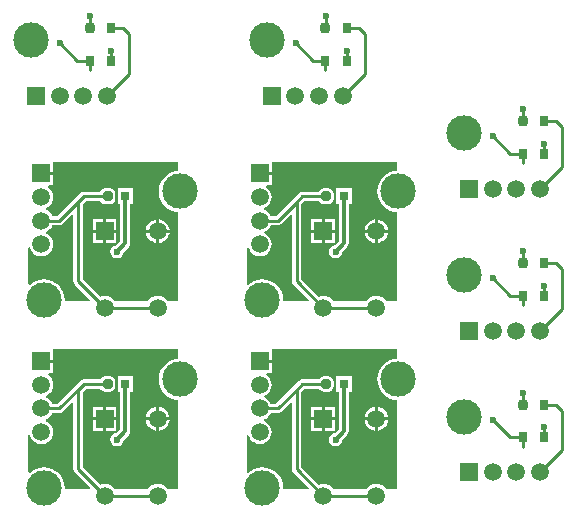
<source format=gbl>
G04*
G04 #@! TF.GenerationSoftware,Altium Limited,Altium Designer,20.1.8 (145)*
G04*
G04 Layer_Physical_Order=2*
G04 Layer_Color=16711680*
%FSLAX25Y25*%
%MOIN*%
G70*
G04*
G04 #@! TF.SameCoordinates,4EEE358A-EBC4-4D44-B4B5-89C592D5BD6F*
G04*
G04*
G04 #@! TF.FilePolarity,Positive*
G04*
G01*
G75*
%ADD12C,0.01000*%
G04:AMPARAMS|DCode=14|XSize=31.5mil|YSize=31.5mil|CornerRadius=7.87mil|HoleSize=0mil|Usage=FLASHONLY|Rotation=0.000|XOffset=0mil|YOffset=0mil|HoleType=Round|Shape=RoundedRectangle|*
%AMROUNDEDRECTD14*
21,1,0.03150,0.01575,0,0,0.0*
21,1,0.01575,0.03150,0,0,0.0*
1,1,0.01575,0.00787,-0.00787*
1,1,0.01575,-0.00787,-0.00787*
1,1,0.01575,-0.00787,0.00787*
1,1,0.01575,0.00787,0.00787*
%
%ADD14ROUNDEDRECTD14*%
%ADD15R,0.03150X0.03150*%
%ADD16C,0.01181*%
%ADD17C,0.00122*%
%ADD18C,0.05906*%
%ADD19R,0.05906X0.05906*%
%ADD20C,0.11811*%
%ADD21C,0.02362*%
%ADD22R,0.05906X0.05906*%
%ADD23R,0.03150X0.03347*%
G04:AMPARAMS|DCode=24|XSize=33.47mil|YSize=31.5mil|CornerRadius=7.87mil|HoleSize=0mil|Usage=FLASHONLY|Rotation=270.000|XOffset=0mil|YOffset=0mil|HoleType=Round|Shape=RoundedRectangle|*
%AMROUNDEDRECTD24*
21,1,0.03347,0.01575,0,0,270.0*
21,1,0.01772,0.03150,0,0,270.0*
1,1,0.01575,-0.00787,-0.00886*
1,1,0.01575,-0.00787,0.00886*
1,1,0.01575,0.00787,0.00886*
1,1,0.01575,0.00787,-0.00886*
%
%ADD24ROUNDEDRECTD24*%
G36*
X132059Y113837D02*
X131099Y113743D01*
X129797Y113348D01*
X128598Y112706D01*
X127546Y111844D01*
X126683Y110792D01*
X126042Y109592D01*
X125647Y108291D01*
X125514Y106937D01*
X125647Y105583D01*
X126042Y104282D01*
X126683Y103082D01*
X127546Y102030D01*
X128598Y101168D01*
X129797Y100526D01*
X131099Y100131D01*
X132059Y100037D01*
Y70323D01*
X128490D01*
X127988Y70977D01*
X127163Y71610D01*
X126201Y72009D01*
X125169Y72144D01*
X124137Y72009D01*
X123176Y71610D01*
X122350Y70977D01*
X121848Y70323D01*
X110774D01*
X110272Y70977D01*
X109446Y71610D01*
X108485Y72009D01*
X107453Y72144D01*
X106421Y72009D01*
X105957Y71816D01*
X100124Y77649D01*
Y102866D01*
X101090Y103833D01*
X105996D01*
X106361Y103286D01*
X106952Y102891D01*
X107650Y102752D01*
X109224D01*
X109922Y102891D01*
X110513Y103286D01*
X110908Y103877D01*
X111047Y104575D01*
Y106150D01*
X110908Y106847D01*
X110513Y107438D01*
X109922Y107833D01*
X109224Y107972D01*
X107650D01*
X106952Y107833D01*
X106361Y107438D01*
X105996Y106892D01*
X100457D01*
X99871Y106775D01*
X99375Y106444D01*
X97513Y104581D01*
X91662Y98730D01*
X90035D01*
X89842Y99194D01*
X89209Y100020D01*
X88383Y100654D01*
X87867Y100867D01*
Y101408D01*
X88383Y101622D01*
X89209Y102256D01*
X89842Y103081D01*
X90241Y104043D01*
X90377Y105075D01*
X90241Y106107D01*
X89842Y107068D01*
X89209Y107894D01*
X88424Y108496D01*
X88424Y108552D01*
X88759Y108996D01*
X90342D01*
Y112449D01*
X86390D01*
Y113449D01*
X90342D01*
Y116886D01*
X122610Y116886D01*
X132059D01*
Y113837D01*
D02*
G37*
G36*
X59224D02*
X58264Y113743D01*
X56963Y113348D01*
X55763Y112706D01*
X54712Y111844D01*
X53849Y110792D01*
X53207Y109592D01*
X52812Y108291D01*
X52679Y106937D01*
X52812Y105583D01*
X53207Y104282D01*
X53849Y103082D01*
X54712Y102030D01*
X55763Y101168D01*
X56963Y100526D01*
X58264Y100131D01*
X59224Y100037D01*
Y70323D01*
X55655D01*
X55154Y70977D01*
X54328Y71610D01*
X53367Y72009D01*
X52335Y72144D01*
X51303Y72009D01*
X50341Y71610D01*
X49516Y70977D01*
X49014Y70323D01*
X37939D01*
X37437Y70977D01*
X36612Y71610D01*
X35650Y72009D01*
X34618Y72144D01*
X33586Y72009D01*
X33122Y71816D01*
X27289Y77649D01*
Y102866D01*
X28256Y103833D01*
X33161D01*
X33526Y103286D01*
X34117Y102891D01*
X34815Y102752D01*
X36390D01*
X37087Y102891D01*
X37678Y103286D01*
X38074Y103877D01*
X38212Y104575D01*
Y106150D01*
X38074Y106847D01*
X37678Y107438D01*
X37087Y107833D01*
X36390Y107972D01*
X34815D01*
X34117Y107833D01*
X33526Y107438D01*
X33161Y106892D01*
X27622D01*
X27037Y106775D01*
X26541Y106444D01*
X24678Y104581D01*
X18827Y98730D01*
X17200D01*
X17008Y99194D01*
X16374Y100020D01*
X15549Y100654D01*
X15033Y100867D01*
Y101408D01*
X15549Y101622D01*
X16374Y102256D01*
X17008Y103081D01*
X17406Y104043D01*
X17542Y105075D01*
X17406Y106107D01*
X17008Y107068D01*
X16374Y107894D01*
X15589Y108496D01*
X15589Y108552D01*
X15924Y108996D01*
X17508D01*
Y112449D01*
X13555D01*
Y113449D01*
X17508D01*
Y116886D01*
X49776Y116886D01*
X59224D01*
Y113837D01*
D02*
G37*
G36*
X97065Y99154D02*
Y77016D01*
X97181Y76430D01*
X97513Y75934D01*
X102663Y70785D01*
X102471Y70323D01*
X94450D01*
X94114Y70693D01*
X94116Y70717D01*
X93983Y72070D01*
X93588Y73372D01*
X92947Y74572D01*
X92084Y75623D01*
X91032Y76486D01*
X89833Y77127D01*
X88531Y77522D01*
X87177Y77655D01*
X85824Y77522D01*
X84522Y77127D01*
X83322Y76486D01*
X82559Y75860D01*
X82059Y76096D01*
Y88202D01*
X82539Y88295D01*
X82937Y87333D01*
X83571Y86508D01*
X84396Y85874D01*
X85358Y85476D01*
X86390Y85340D01*
X87422Y85476D01*
X88383Y85874D01*
X89209Y86508D01*
X89842Y87333D01*
X90241Y88295D01*
X90377Y89327D01*
X90241Y90359D01*
X89842Y91320D01*
X89209Y92146D01*
X88383Y92779D01*
X87867Y92993D01*
Y93534D01*
X88383Y93748D01*
X89209Y94382D01*
X89842Y95207D01*
X90035Y95671D01*
X92295D01*
X92880Y95788D01*
X93377Y96119D01*
X96603Y99346D01*
X97065Y99154D01*
D02*
G37*
G36*
X24230D02*
Y77016D01*
X24347Y76430D01*
X24678Y75934D01*
X29828Y70785D01*
X29637Y70323D01*
X21615D01*
X21279Y70693D01*
X21281Y70717D01*
X21148Y72070D01*
X20753Y73372D01*
X20112Y74572D01*
X19249Y75623D01*
X18198Y76486D01*
X16998Y77127D01*
X15696Y77522D01*
X14343Y77655D01*
X12989Y77522D01*
X11687Y77127D01*
X10487Y76486D01*
X9724Y75860D01*
X9224Y76096D01*
Y88202D01*
X9704Y88295D01*
X10102Y87333D01*
X10736Y86508D01*
X11562Y85874D01*
X12523Y85476D01*
X13555Y85340D01*
X14587Y85476D01*
X15549Y85874D01*
X16374Y86508D01*
X17008Y87333D01*
X17406Y88295D01*
X17542Y89327D01*
X17406Y90359D01*
X17008Y91320D01*
X16374Y92146D01*
X15549Y92779D01*
X15033Y92993D01*
Y93534D01*
X15549Y93748D01*
X16374Y94382D01*
X17008Y95207D01*
X17200Y95671D01*
X19461D01*
X20046Y95788D01*
X20542Y96119D01*
X23768Y99346D01*
X24230Y99154D01*
D02*
G37*
G36*
X132059Y51239D02*
X131099Y51144D01*
X129797Y50749D01*
X128598Y50108D01*
X127546Y49245D01*
X126683Y48194D01*
X126042Y46994D01*
X125647Y45692D01*
X125514Y44339D01*
X125647Y42985D01*
X126042Y41683D01*
X126683Y40483D01*
X127546Y39432D01*
X128598Y38569D01*
X129797Y37928D01*
X131099Y37533D01*
X132059Y37438D01*
Y7724D01*
X128490D01*
X127988Y8378D01*
X127163Y9012D01*
X126201Y9410D01*
X125169Y9546D01*
X124137Y9410D01*
X123176Y9012D01*
X122350Y8378D01*
X121848Y7724D01*
X110774D01*
X110272Y8378D01*
X109446Y9012D01*
X108485Y9410D01*
X107453Y9546D01*
X106421Y9410D01*
X105957Y9218D01*
X100124Y15051D01*
Y40268D01*
X101090Y41234D01*
X105996D01*
X106361Y40688D01*
X106952Y40293D01*
X107650Y40154D01*
X109224D01*
X109922Y40293D01*
X110513Y40688D01*
X110908Y41279D01*
X111047Y41976D01*
Y43551D01*
X110908Y44249D01*
X110513Y44840D01*
X109922Y45235D01*
X109224Y45374D01*
X107650D01*
X106952Y45235D01*
X106361Y44840D01*
X105996Y44293D01*
X100457D01*
X99871Y44177D01*
X99375Y43845D01*
X97513Y41983D01*
X91662Y36132D01*
X90035D01*
X89842Y36596D01*
X89209Y37422D01*
X88383Y38055D01*
X87867Y38269D01*
Y38810D01*
X88383Y39024D01*
X89209Y39657D01*
X89842Y40483D01*
X90241Y41445D01*
X90377Y42476D01*
X90241Y43508D01*
X89842Y44470D01*
X89209Y45296D01*
X88424Y45898D01*
X88424Y45954D01*
X88759Y46398D01*
X90342D01*
Y49850D01*
X86390D01*
Y50850D01*
X90342D01*
Y54287D01*
X122610Y54287D01*
X132059D01*
Y51239D01*
D02*
G37*
G36*
X59224D02*
X58264Y51144D01*
X56963Y50749D01*
X55763Y50108D01*
X54712Y49245D01*
X53849Y48194D01*
X53207Y46994D01*
X52812Y45692D01*
X52679Y44339D01*
X52812Y42985D01*
X53207Y41683D01*
X53849Y40483D01*
X54712Y39432D01*
X55763Y38569D01*
X56963Y37928D01*
X58264Y37533D01*
X59224Y37438D01*
Y7724D01*
X55655D01*
X55154Y8378D01*
X54328Y9012D01*
X53367Y9410D01*
X52335Y9546D01*
X51303Y9410D01*
X50341Y9012D01*
X49516Y8378D01*
X49014Y7724D01*
X37939D01*
X37437Y8378D01*
X36612Y9012D01*
X35650Y9410D01*
X34618Y9546D01*
X33586Y9410D01*
X33122Y9218D01*
X27289Y15051D01*
Y40268D01*
X28256Y41234D01*
X33161D01*
X33526Y40688D01*
X34117Y40293D01*
X34815Y40154D01*
X36390D01*
X37087Y40293D01*
X37678Y40688D01*
X38074Y41279D01*
X38212Y41976D01*
Y43551D01*
X38074Y44249D01*
X37678Y44840D01*
X37087Y45235D01*
X36390Y45374D01*
X34815D01*
X34117Y45235D01*
X33526Y44840D01*
X33161Y44293D01*
X27622D01*
X27037Y44177D01*
X26541Y43845D01*
X24678Y41983D01*
X18827Y36132D01*
X17200D01*
X17008Y36596D01*
X16374Y37422D01*
X15549Y38055D01*
X15033Y38269D01*
Y38810D01*
X15549Y39024D01*
X16374Y39657D01*
X17008Y40483D01*
X17406Y41445D01*
X17542Y42476D01*
X17406Y43508D01*
X17008Y44470D01*
X16374Y45296D01*
X15589Y45898D01*
X15589Y45954D01*
X15924Y46398D01*
X17508D01*
Y49850D01*
X13555D01*
Y50850D01*
X17508D01*
Y54287D01*
X49776Y54287D01*
X59224D01*
Y51239D01*
D02*
G37*
G36*
X97065Y36556D02*
Y14417D01*
X97181Y13832D01*
X97513Y13336D01*
X102663Y8186D01*
X102471Y7724D01*
X94450D01*
X94114Y8095D01*
X94116Y8118D01*
X93983Y9472D01*
X93588Y10774D01*
X92947Y11973D01*
X92084Y13025D01*
X91032Y13888D01*
X89833Y14529D01*
X88531Y14924D01*
X87177Y15057D01*
X85824Y14924D01*
X84522Y14529D01*
X83322Y13888D01*
X82559Y13261D01*
X82059Y13498D01*
Y25604D01*
X82539Y25696D01*
X82937Y24735D01*
X83571Y23909D01*
X84396Y23276D01*
X85358Y22877D01*
X86390Y22741D01*
X87422Y22877D01*
X88383Y23276D01*
X89209Y23909D01*
X89842Y24735D01*
X90241Y25697D01*
X90377Y26728D01*
X90241Y27760D01*
X89842Y28722D01*
X89209Y29548D01*
X88383Y30181D01*
X87867Y30395D01*
Y30936D01*
X88383Y31150D01*
X89209Y31783D01*
X89842Y32609D01*
X90035Y33073D01*
X92295D01*
X92880Y33189D01*
X93377Y33521D01*
X96603Y36747D01*
X97065Y36556D01*
D02*
G37*
G36*
X24230D02*
Y14417D01*
X24347Y13832D01*
X24678Y13336D01*
X29828Y8186D01*
X29637Y7724D01*
X21615D01*
X21279Y8095D01*
X21281Y8118D01*
X21148Y9472D01*
X20753Y10774D01*
X20112Y11973D01*
X19249Y13025D01*
X18198Y13888D01*
X16998Y14529D01*
X15696Y14924D01*
X14343Y15057D01*
X12989Y14924D01*
X11687Y14529D01*
X10487Y13888D01*
X9724Y13261D01*
X9224Y13498D01*
Y25604D01*
X9704Y25696D01*
X10102Y24735D01*
X10736Y23909D01*
X11562Y23276D01*
X12523Y22877D01*
X13555Y22741D01*
X14587Y22877D01*
X15549Y23276D01*
X16374Y23909D01*
X17008Y24735D01*
X17406Y25697D01*
X17542Y26728D01*
X17406Y27760D01*
X17008Y28722D01*
X16374Y29548D01*
X15549Y30181D01*
X15033Y30395D01*
Y30936D01*
X15549Y31150D01*
X16374Y31783D01*
X17008Y32609D01*
X17200Y33073D01*
X19461D01*
X20046Y33189D01*
X20542Y33521D01*
X23768Y36747D01*
X24230Y36556D01*
D02*
G37*
%LPC*%
G36*
X125669Y97669D02*
Y94248D01*
X129090D01*
X129020Y94780D01*
X128622Y95741D01*
X127988Y96567D01*
X127163Y97201D01*
X126201Y97599D01*
X125669Y97669D01*
D02*
G37*
G36*
X111406Y97701D02*
X107953D01*
Y94248D01*
X111406D01*
Y97701D01*
D02*
G37*
G36*
X124669Y97669D02*
X124137Y97599D01*
X123176Y97201D01*
X122350Y96567D01*
X121717Y95741D01*
X121318Y94780D01*
X121248Y94248D01*
X124669D01*
Y97669D01*
D02*
G37*
G36*
X106953Y97701D02*
X103500D01*
Y94248D01*
X106953D01*
Y97701D01*
D02*
G37*
G36*
X129090Y93248D02*
X125669D01*
Y89827D01*
X126201Y89897D01*
X127163Y90295D01*
X127988Y90929D01*
X128622Y91755D01*
X129020Y92716D01*
X129090Y93248D01*
D02*
G37*
G36*
X124669D02*
X121248D01*
X121318Y92716D01*
X121717Y91755D01*
X122350Y90929D01*
X123176Y90295D01*
X124137Y89897D01*
X124669Y89827D01*
Y93248D01*
D02*
G37*
G36*
X111406D02*
X107953D01*
Y89795D01*
X111406D01*
Y93248D01*
D02*
G37*
G36*
X106953D02*
X103500D01*
Y89795D01*
X106953D01*
Y93248D01*
D02*
G37*
G36*
X116917Y107937D02*
X111768D01*
Y102787D01*
X112721D01*
Y90286D01*
X111500Y89065D01*
X110736Y88913D01*
X110014Y88431D01*
X109532Y87709D01*
X109363Y86858D01*
X109532Y86007D01*
X110014Y85286D01*
X110736Y84804D01*
X111587Y84634D01*
X112438Y84804D01*
X113159Y85286D01*
X113641Y86007D01*
X113793Y86771D01*
X115489Y88467D01*
X115841Y88994D01*
X115964Y89614D01*
Y102787D01*
X116917D01*
Y107937D01*
D02*
G37*
G36*
X52835Y97669D02*
Y94248D01*
X56256D01*
X56186Y94780D01*
X55787Y95741D01*
X55154Y96567D01*
X54328Y97201D01*
X53367Y97599D01*
X52835Y97669D01*
D02*
G37*
G36*
X38571Y97701D02*
X35118D01*
Y94248D01*
X38571D01*
Y97701D01*
D02*
G37*
G36*
X51835Y97669D02*
X51303Y97599D01*
X50341Y97201D01*
X49516Y96567D01*
X48882Y95741D01*
X48484Y94780D01*
X48414Y94248D01*
X51835D01*
Y97669D01*
D02*
G37*
G36*
X34118Y97701D02*
X30665D01*
Y94248D01*
X34118D01*
Y97701D01*
D02*
G37*
G36*
X56256Y93248D02*
X52835D01*
Y89827D01*
X53367Y89897D01*
X54328Y90295D01*
X55154Y90929D01*
X55787Y91755D01*
X56186Y92716D01*
X56256Y93248D01*
D02*
G37*
G36*
X51835D02*
X48414D01*
X48484Y92716D01*
X48882Y91755D01*
X49516Y90929D01*
X50341Y90295D01*
X51303Y89897D01*
X51835Y89827D01*
Y93248D01*
D02*
G37*
G36*
X38571D02*
X35118D01*
Y89795D01*
X38571D01*
Y93248D01*
D02*
G37*
G36*
X34118D02*
X30665D01*
Y89795D01*
X34118D01*
Y93248D01*
D02*
G37*
G36*
X44083Y107937D02*
X38933D01*
Y102787D01*
X39886D01*
Y90286D01*
X38665Y89065D01*
X37901Y88913D01*
X37179Y88431D01*
X36697Y87709D01*
X36528Y86858D01*
X36697Y86007D01*
X37179Y85286D01*
X37901Y84804D01*
X38752Y84634D01*
X39603Y84804D01*
X40325Y85286D01*
X40806Y86007D01*
X40958Y86771D01*
X42655Y88467D01*
X43006Y88994D01*
X43130Y89614D01*
Y102787D01*
X44083D01*
Y107937D01*
D02*
G37*
G36*
X125669Y35071D02*
Y31650D01*
X129090D01*
X129020Y32182D01*
X128622Y33143D01*
X127988Y33969D01*
X127163Y34602D01*
X126201Y35001D01*
X125669Y35071D01*
D02*
G37*
G36*
X111406Y35102D02*
X107953D01*
Y31650D01*
X111406D01*
Y35102D01*
D02*
G37*
G36*
X124669Y35071D02*
X124137Y35001D01*
X123176Y34602D01*
X122350Y33969D01*
X121717Y33143D01*
X121318Y32182D01*
X121248Y31650D01*
X124669D01*
Y35071D01*
D02*
G37*
G36*
X106953Y35102D02*
X103500D01*
Y31650D01*
X106953D01*
Y35102D01*
D02*
G37*
G36*
X129090Y30650D02*
X125669D01*
Y27229D01*
X126201Y27299D01*
X127163Y27697D01*
X127988Y28330D01*
X128622Y29156D01*
X129020Y30118D01*
X129090Y30650D01*
D02*
G37*
G36*
X124669D02*
X121248D01*
X121318Y30118D01*
X121717Y29156D01*
X122350Y28330D01*
X123176Y27697D01*
X124137Y27299D01*
X124669Y27229D01*
Y30650D01*
D02*
G37*
G36*
X111406D02*
X107953D01*
Y27197D01*
X111406D01*
Y30650D01*
D02*
G37*
G36*
X106953D02*
X103500D01*
Y27197D01*
X106953D01*
Y30650D01*
D02*
G37*
G36*
X116917Y45339D02*
X111768D01*
Y40189D01*
X112721D01*
Y27687D01*
X111500Y26466D01*
X110736Y26314D01*
X110014Y25832D01*
X109532Y25111D01*
X109363Y24260D01*
X109532Y23409D01*
X110014Y22687D01*
X110736Y22205D01*
X111587Y22036D01*
X112438Y22205D01*
X113159Y22687D01*
X113641Y23409D01*
X113793Y24173D01*
X115489Y25869D01*
X115841Y26395D01*
X115964Y27016D01*
Y40189D01*
X116917D01*
Y45339D01*
D02*
G37*
G36*
X52835Y35071D02*
Y31650D01*
X56256D01*
X56186Y32182D01*
X55787Y33143D01*
X55154Y33969D01*
X54328Y34602D01*
X53367Y35001D01*
X52835Y35071D01*
D02*
G37*
G36*
X38571Y35102D02*
X35118D01*
Y31650D01*
X38571D01*
Y35102D01*
D02*
G37*
G36*
X51835Y35071D02*
X51303Y35001D01*
X50341Y34602D01*
X49516Y33969D01*
X48882Y33143D01*
X48484Y32182D01*
X48414Y31650D01*
X51835D01*
Y35071D01*
D02*
G37*
G36*
X34118Y35102D02*
X30665D01*
Y31650D01*
X34118D01*
Y35102D01*
D02*
G37*
G36*
X56256Y30650D02*
X52835D01*
Y27229D01*
X53367Y27299D01*
X54328Y27697D01*
X55154Y28330D01*
X55787Y29156D01*
X56186Y30118D01*
X56256Y30650D01*
D02*
G37*
G36*
X51835D02*
X48414D01*
X48484Y30118D01*
X48882Y29156D01*
X49516Y28330D01*
X50341Y27697D01*
X51303Y27299D01*
X51835Y27229D01*
Y30650D01*
D02*
G37*
G36*
X38571D02*
X35118D01*
Y27197D01*
X38571D01*
Y30650D01*
D02*
G37*
G36*
X34118D02*
X30665D01*
Y27197D01*
X34118D01*
Y30650D01*
D02*
G37*
G36*
X44083Y45339D02*
X38933D01*
Y40189D01*
X39886D01*
Y27687D01*
X38665Y26466D01*
X37901Y26314D01*
X37179Y25832D01*
X36697Y25111D01*
X36528Y24260D01*
X36697Y23409D01*
X37179Y22687D01*
X37901Y22205D01*
X38752Y22036D01*
X39603Y22205D01*
X40325Y22687D01*
X40806Y23409D01*
X40958Y24173D01*
X42655Y25869D01*
X43006Y26395D01*
X43130Y27016D01*
Y40189D01*
X44083D01*
Y45339D01*
D02*
G37*
%LPD*%
D12*
X108217Y161378D02*
X108260Y161421D01*
Y165335D01*
X108303Y165378D01*
X119303Y161378D02*
X115303D01*
X121303Y146256D02*
Y159378D01*
X119303Y161378D01*
X113925Y138878D02*
X121303Y146256D01*
X108217Y150551D02*
X104130D01*
X98303Y156378D01*
X115303Y150551D02*
Y153878D01*
X108217Y147465D02*
Y150551D01*
X29646Y161378D02*
X29689Y161421D01*
Y165335D01*
X29732Y165378D01*
X40732Y161378D02*
X36732D01*
X42732Y146256D02*
Y159378D01*
X40732Y161378D01*
X35354Y138878D02*
X42732Y146256D01*
X29646Y150551D02*
X25559D01*
X19732Y156378D01*
X36732Y150551D02*
Y153878D01*
X29646Y147465D02*
Y150551D01*
X25760Y14417D02*
X34618Y5559D01*
X25760Y14417D02*
Y40902D01*
X19461Y34602D02*
X25760Y40902D01*
X27622Y42764D01*
X35602D01*
X13555Y34602D02*
X19461D01*
X34618Y5559D02*
X52335D01*
X98594Y14417D02*
X107453Y5559D01*
X98594Y14417D02*
Y40902D01*
X92295Y34602D02*
X98594Y40902D01*
X100457Y42764D01*
X108437D01*
X86390Y34602D02*
X92295D01*
X107453Y5559D02*
X125169D01*
X25760Y77016D02*
X34618Y68158D01*
X25760Y77016D02*
Y103500D01*
X19461Y97201D02*
X25760Y103500D01*
X27622Y105362D01*
X35602D01*
X13555Y97201D02*
X19461D01*
X34618Y68158D02*
X52335D01*
X98594Y77016D02*
X107453Y68158D01*
X98594Y77016D02*
Y103500D01*
X92295Y97201D02*
X98594Y103500D01*
X100457Y105362D01*
X108437D01*
X86390Y97201D02*
X92295D01*
X107453Y68158D02*
X125169D01*
X173965Y35787D02*
X174008Y35831D01*
Y39744D01*
X174051Y39787D01*
X185051Y35787D02*
X181051D01*
X187051Y20665D02*
Y33787D01*
X185051Y35787D01*
X179673Y13287D02*
X187051Y20665D01*
X173965Y24961D02*
X169878D01*
X164051Y30787D01*
X181051Y24961D02*
Y28287D01*
X173965Y21874D02*
Y24961D01*
Y83031D02*
X174008Y83075D01*
Y86988D01*
X174051Y87032D01*
X185051Y83031D02*
X181051D01*
X187051Y67909D02*
Y81032D01*
X185051Y83031D01*
X179673Y60532D02*
X187051Y67909D01*
X173965Y72205D02*
X169878D01*
X164051Y78031D01*
X181051Y72205D02*
Y75532D01*
X173965Y69118D02*
Y72205D01*
Y130276D02*
X174008Y130319D01*
Y134232D01*
X174051Y134276D01*
X185051Y130276D02*
X181051D01*
X187051Y115154D02*
Y128276D01*
X185051Y130276D01*
X179673Y107776D02*
X187051Y115154D01*
X173965Y119449D02*
X169878D01*
X164051Y125276D01*
X181051Y119449D02*
Y122776D01*
X173965Y116362D02*
Y119449D01*
D14*
X35602Y42764D02*
D03*
X108437D02*
D03*
X35602Y105362D02*
D03*
X108437D02*
D03*
D15*
X41508Y42764D02*
D03*
X114342D02*
D03*
X41508Y105362D02*
D03*
X114342D02*
D03*
D16*
X41508Y27016D02*
Y42764D01*
X38752Y24260D02*
X41508Y27016D01*
X114342D02*
Y42764D01*
X111587Y24260D02*
X114342Y27016D01*
X41508Y89614D02*
Y105362D01*
X38752Y86858D02*
X41508Y89614D01*
X114342D02*
Y105362D01*
X111587Y86858D02*
X114342Y89614D01*
D17*
X174213Y138189D02*
D03*
X170275D02*
D03*
X162401D02*
D03*
X166339D02*
D03*
Y140945D02*
D03*
X162401D02*
D03*
X170275D02*
D03*
X174213D02*
D03*
X127165Y152165D02*
D03*
Y148228D02*
D03*
Y140354D02*
D03*
Y144291D02*
D03*
X129921D02*
D03*
Y140354D02*
D03*
Y148228D02*
D03*
Y152165D02*
D03*
X75591Y151772D02*
D03*
Y147835D02*
D03*
Y139961D02*
D03*
Y143898D02*
D03*
X78347D02*
D03*
Y139961D02*
D03*
Y147835D02*
D03*
Y151772D02*
D03*
X50984Y151772D02*
D03*
Y147835D02*
D03*
Y139961D02*
D03*
Y143898D02*
D03*
X48228D02*
D03*
Y139961D02*
D03*
Y147835D02*
D03*
Y151772D02*
D03*
X141929Y84818D02*
D03*
Y80881D02*
D03*
Y88755D02*
D03*
Y92692D02*
D03*
X174213Y90748D02*
D03*
X170275D02*
D03*
X162401D02*
D03*
X166339D02*
D03*
Y93504D02*
D03*
X162401D02*
D03*
X170275D02*
D03*
X174213D02*
D03*
X69488Y84818D02*
D03*
Y80881D02*
D03*
Y88755D02*
D03*
Y92692D02*
D03*
X36811Y125763D02*
D03*
X32874D02*
D03*
X25000D02*
D03*
X28937D02*
D03*
Y123007D02*
D03*
X25000D02*
D03*
X32874D02*
D03*
X36811D02*
D03*
X144685Y92692D02*
D03*
Y88755D02*
D03*
Y80881D02*
D03*
Y84818D02*
D03*
X109252Y125763D02*
D03*
X105315D02*
D03*
X97441D02*
D03*
X101378D02*
D03*
Y123007D02*
D03*
X97441D02*
D03*
X105315D02*
D03*
X109252D02*
D03*
X72244Y92692D02*
D03*
Y88755D02*
D03*
Y80881D02*
D03*
Y84818D02*
D03*
Y21654D02*
D03*
Y17717D02*
D03*
Y25591D02*
D03*
Y29528D02*
D03*
X174213Y46260D02*
D03*
X170275D02*
D03*
X162401D02*
D03*
X166339D02*
D03*
Y43504D02*
D03*
X162401D02*
D03*
X170275D02*
D03*
X174213D02*
D03*
X109252Y59842D02*
D03*
X105315D02*
D03*
X97441D02*
D03*
X101378D02*
D03*
Y62598D02*
D03*
X97441D02*
D03*
X105315D02*
D03*
X109252D02*
D03*
X141929Y29528D02*
D03*
Y25591D02*
D03*
Y17717D02*
D03*
Y21654D02*
D03*
X144685D02*
D03*
Y17717D02*
D03*
Y25591D02*
D03*
Y29528D02*
D03*
X36811Y59842D02*
D03*
X32874D02*
D03*
X25000D02*
D03*
X28937D02*
D03*
Y62598D02*
D03*
X25000D02*
D03*
X32874D02*
D03*
X36811D02*
D03*
X69488Y29528D02*
D03*
Y25591D02*
D03*
Y17717D02*
D03*
Y21654D02*
D03*
D18*
X113925Y138878D02*
D03*
X98177D02*
D03*
X106051D02*
D03*
X35354D02*
D03*
X19606D02*
D03*
X27480D02*
D03*
X13555Y26728D02*
D03*
Y42476D02*
D03*
Y34602D02*
D03*
X34618Y5559D02*
D03*
X52335D02*
D03*
Y31150D02*
D03*
X86390Y26728D02*
D03*
Y42476D02*
D03*
Y34602D02*
D03*
X107453Y5559D02*
D03*
X125169D02*
D03*
Y31150D02*
D03*
X13555Y89327D02*
D03*
Y105075D02*
D03*
Y97201D02*
D03*
X34618Y68158D02*
D03*
X52335D02*
D03*
Y93748D02*
D03*
X86390Y89327D02*
D03*
Y105075D02*
D03*
Y97201D02*
D03*
X107453Y68158D02*
D03*
X125169D02*
D03*
Y93748D02*
D03*
X179673Y13287D02*
D03*
X163925D02*
D03*
X171799D02*
D03*
X179673Y60532D02*
D03*
X163925D02*
D03*
X171799D02*
D03*
X179673Y107776D02*
D03*
X163925D02*
D03*
X171799D02*
D03*
D19*
X90303Y138878D02*
D03*
X11732D02*
D03*
X156051Y13287D02*
D03*
Y60532D02*
D03*
Y107776D02*
D03*
D20*
X88803Y157378D02*
D03*
X10232D02*
D03*
X59618Y44339D02*
D03*
X14343Y8118D02*
D03*
X132453Y44339D02*
D03*
X87177Y8118D02*
D03*
X59618Y106937D02*
D03*
X14343Y70717D02*
D03*
X132453Y106937D02*
D03*
X87177Y70717D02*
D03*
X154551Y31787D02*
D03*
Y79031D02*
D03*
Y126276D02*
D03*
D21*
X108303Y165378D02*
D03*
X98303Y156378D02*
D03*
X115303Y153878D02*
D03*
X29732Y165378D02*
D03*
X19732Y156378D02*
D03*
X36732Y153878D02*
D03*
X38752Y24260D02*
D03*
X111587D02*
D03*
X38752Y86858D02*
D03*
X111587D02*
D03*
X174051Y39787D02*
D03*
X164051Y30787D02*
D03*
X181051Y28287D02*
D03*
X174051Y87032D02*
D03*
X164051Y78031D02*
D03*
X181051Y75532D02*
D03*
X174051Y134276D02*
D03*
X164051Y125276D02*
D03*
X181051Y122776D02*
D03*
D22*
X13555Y50350D02*
D03*
X34618Y31150D02*
D03*
X86390Y50350D02*
D03*
X107453Y31150D02*
D03*
X13555Y112949D02*
D03*
X34618Y93748D02*
D03*
X86390Y112949D02*
D03*
X107453Y93748D02*
D03*
D23*
X115303Y150551D02*
D03*
X108217D02*
D03*
X115303Y161378D02*
D03*
X36732Y150551D02*
D03*
X29646D02*
D03*
X36732Y161378D02*
D03*
X181051Y24961D02*
D03*
X173965D02*
D03*
X181051Y35787D02*
D03*
Y72205D02*
D03*
X173965D02*
D03*
X181051Y83031D02*
D03*
Y119449D02*
D03*
X173965D02*
D03*
X181051Y130276D02*
D03*
D24*
X108217Y161378D02*
D03*
X29646D02*
D03*
X173965Y35787D02*
D03*
Y83031D02*
D03*
Y130276D02*
D03*
M02*

</source>
